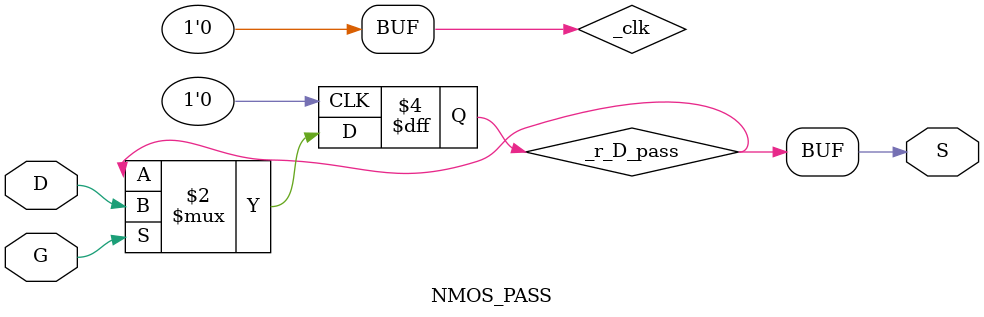
<source format=v>
module NMOS_PASS
(
    input  G,   // Gate (clock)
    input  D,   // Drain (input)
    output S    // Source (output)
);

`ifdef CLK_GEN
    wire _clk = `CLK_GEN.main_clk;
`else
    wire _clk = 1'b0;
`endif

    reg _r_D_pass;

    always @(posedge _clk) begin : GATE_PULSE
    
        if (G) begin
            _r_D_pass <= D;
        end
    end

    assign S = _r_D_pass;

endmodule

</source>
